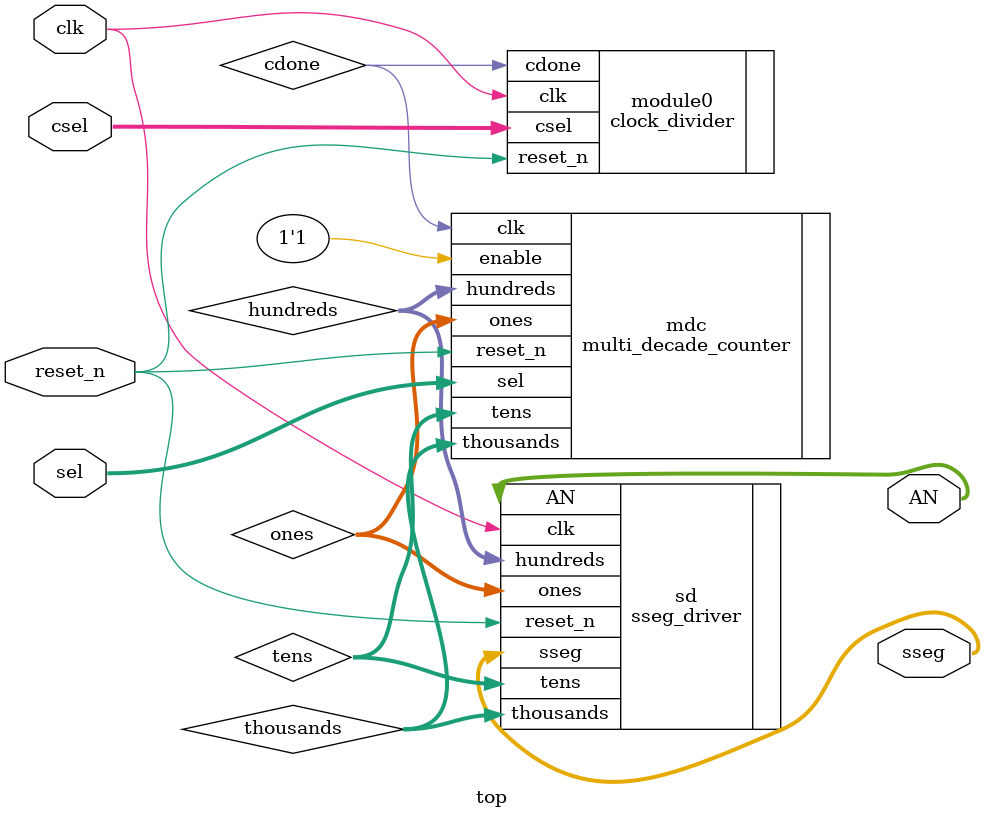
<source format=v>
`timescale 1ns / 1ps


module top(
    input clk,
    input reset_n,
    input [4:0] csel,
    input [1:0] sel,
    output [6:0] sseg,
    output [7:0] AN
);

    // Clock divider for counter
    wire cdone;
    clock_divider module0(
        .csel(csel),
        .cdone(cdone),
        .clk(clk),
        .reset_n(reset_n)
    );
    
    wire [3:0] ones, tens, hundreds, thousands;
    multi_decade_counter mdc(
        .clk(cdone),
        .reset_n(reset_n),
        .enable(1'b1),
        .sel(sel),
        .ones(ones),
        .tens(tens),
        .hundreds(hundreds),
        .thousands(thousands)
    );
    
    sseg_driver sd(
        .clk(clk),
        .reset_n(reset_n),
        .ones(ones),
        .tens(tens),
        .hundreds(hundreds),
        .thousands(thousands),
        .sseg(sseg),
        .AN(AN)
    );

endmodule

</source>
